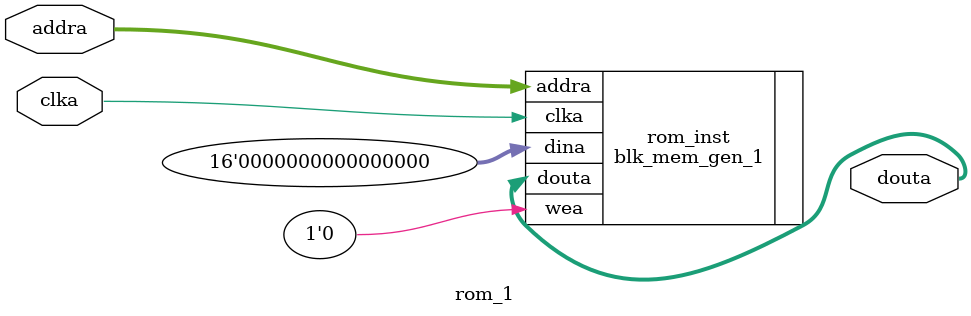
<source format=v>
module rom_1(
    input   wire              clka,     // 时钟
    input   wire  [9:0]      addra,    // 地址总线 
    output  wire  [11:0]      douta     // 数据总线 
);

// 实例化 Block Memory Generator IP 核（单端口 ROM）
blk_mem_gen_1 rom_inst (
    .clka(clka),        // 时钟输入
    .wea(1'b0),         // 写使能信号(ROM中固定为0)
    .addra(addra),      // 地址输入
    .dina(16'h0),       // 数据输入(ROM中未使用)
    .douta(douta)       // 数据输出
);

endmodule
</source>
